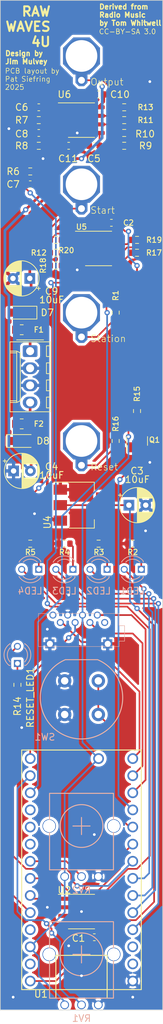
<source format=kicad_pcb>
(kicad_pcb (version 20241229) (generator "pcbnew") (generator_version "9.0")
  (title_block (title "Raw Waves v2"))
  (layers (0 "F.Cu" signal) (2 "B.Cu" signal) (13 "F.Paste" user) (15 "B.Paste" user) (5 "F.SilkS" user "F.Silkscreen") (7 "B.SilkS" user "B.Silkscreen") (1 "F.Mask" user) (3 "B.Mask" user) (25 "Edge.Cuts" user))
  (net 0 "")
  (net 1 "GND")
  (net 4 "Net-(LED1-K)")
  (net 5 "5.0V")
  (net 9 "DAC_RIGHT_OUT")
  (net 10 "Net-(J1-Pad3)")
  (net 13 "Net-(J3-CLK)")
  (net 15 "Net-(U1-14_A0_TX3_SPDIF_OUT)")
  (net 16 "DAC_DATA_IN")
  (net 17 "DAC_WORD_SELECT")
  (net 18 "DAC_BIT_CLOCK")
  (net 20 "Net-(LED2-K)")
  (net 21 "Net-(J3-DAT3{slash}CD)")
  (net 23 "Net-(U6A--)")
  (net 24 "Net-(U6B-+)")
  (net 25 "Net-(C6-Pad1)")
  (net 26 "Net-(J6-Pad3)")
  (net 27 "Net-(C7-Pad2)")
  (net 28 "Net-(U6A-+)")
  (net 29 "Net-(U6B--)")
  (net 30 "Net-(R11-Pad1)")
  (net 31 "3.3V")
  (net 32 "Net-(U5B-+)")
  (net 33 "RESET_CV_PROTECTED")
  (net 34 "Net-(LED3-K)")
  (net 36 "Net-(J3-CMD)")
  (net 37 "+12V")
  (net 38 "-12V")
  (net 39 "Net-(J5-Pad3)")
  (net 40 "Net-(Q1-B)")
  (net 41 "Net-(J2-Pad3)")
  (net 42 "Net-(U5A-+)")
  (net 43 "Net-(U5B--)")
  (net 44 "STATION_CV_PROTECTED")
  (net 45 "Net-(U5A--)")
  (net 46 "START_CV_PROTECTED")
  (net 47 "Net-(U1-19_A5_SCL0)")
  (net 48 "Net-(D7-A)")
  (net 49 "Net-(D8-K)")
  (net 50 "Net-(F1-Pad2)")
  (net 51 "Net-(F2-Pad2)")
  (net 52 "Net-(J3-DAT0)")
  (net 53 "Net-(LED4-K)")
  (net 54 "LED1")
  (net 55 "Net-(RESET_LED1-K)")
  (net 56 "LED2")
  (net 57 "LED3")
  (net 58 "LED4")
  (net 59 "LED_RESET")
  (net 60 "RESET_BUTTON")
  (footprint "Resistor_SMD:R_0603_1608Metric" (layer "F.Cu") (at 143.51 113.665 180)
    (property "Reference" "R4")
    (property "Value" "10k" (hide yes))
  )
  (footprint "Capacitor_THT:CP_Radial_D5.0mm_P2.50mm" (layer "F.Cu") (at 153.099887 107.95)
    (property "Reference" "C3")
    (property "Value" "10uF")
  )
  (footprint "Capacitor_SMD:C_0603_1608Metric" (layer "F.Cu") (at 144.145 54.61)
    (property "Reference" "C11")
    (property "Value" "100nF" (hide yes))
  )
  (footprint "Resistor_SMD:R_0603_1608Metric" (layer "F.Cu") (at 152.4 52.705)
    (property "Reference" "R10")
    (property "Value" "10k" (hide yes))
  )
  (footprint "Resistor_SMD:R_0603_1608Metric" (layer "F.Cu") (at 151.13 98.425 -90)
    (property "Reference" "R16")
    (property "Value" "100k" (hide yes))
  )
  (footprint "Resistor_SMD:R_0603_1608Metric" (layer "F.Cu") (at 154.305 68.58 180)
    (property "Reference" "R19")
    (property "Value" "100k" (hide yes))
  )
  (footprint "Resistor_SMD:R_0603_1608Metric" (layer "F.Cu") (at 139.7 54.61)
    (property "Reference" "R8")
    (property "Value" "100k" (hide yes))
  )
  (footprint "Resistor_SMD:R_0603_1608Metric" (layer "F.Cu") (at 154.305 70.485)
    (property "Reference" "R17")
    (property "Value" "200k" (hide yes))
  )
  (footprint "Diode_SMD:Nexperia_CFP3_SOD-123W" (layer "F.Cu") (at 137.16 98.425)
    (property "Reference" "D8")
    (property "Value" "1N5819")
  )
  (footprint "teensy:Teensy4.0-RawWavesV2" (layer "F.Cu") (at 146.05 162.075 90)
    (property "Reference" "U1")
    (property "Value" "Teensy4.0")
  )
  (footprint "Capacitor_SMD:C_0603_1608Metric" (layer "F.Cu") (at 150.495 66.04)
    (property "Reference" "C2")
    (property "Value" "100nF" (hide yes))
  )
  (footprint "Resistor_SMD:R_0603_1608Metric" (layer "F.Cu") (at 152.4 48.895 180)
    (property "Reference" "R13")
    (property "Value" "1k" (hide yes))
  )
  (footprint "Resistor_SMD:R_0805_2012Metric" (layer "F.Cu") (at 137.16 95.885)
    (property "Reference" "F2")
    (property "Value" "Polyfuse_Small" (hide yes))
  )
  (footprint "Library:BananaJackHookup" (layer "F.Cu") (at 146.05 79.375)
    (property "Reference" "REF**" (hide yes))
    (property "Value" "BananaJackHookup" (hide yes))
  )
  (footprint "Package_SO:SOIC-8_3.9x4.9mm_P1.27mm" (layer "F.Cu") (at 146.05 168.275)
    (property "Reference" "U2")
    (property "Value" "PT8211")
  )
  (footprint "Resistor_SMD:R_0603_1608Metric" (layer "F.Cu") (at 152.4 50.8 180)
    (property "Reference" "R11")
    (property "Value" "120k" (hide yes))
  )
  (footprint "Resistor_SMD:R_0603_1608Metric" (layer "F.Cu") (at 142.24 70.485)
    (property "Reference" "R12")
    (property "Value" "100k" (hide yes))
  )
  (footprint "Resistor_SMD:R_0805_2012Metric" (layer "F.Cu") (at 137.16 81.915)
    (property "Reference" "F1")
    (property "Value" "Polyfuse_Small" (hide yes))
  )
  (footprint "Package_SO:SOIC-8_3.9x4.9mm_P1.27mm" (layer "F.Cu") (at 148.59 69.85)
    (property "Reference" "U5")
    (property "Value" "MCP6002-xSN" (hide yes))
  )
  (footprint "Resistor_SMD:R_0603_1608Metric" (layer "F.Cu") (at 151.13 79.375 90)
    (property "Reference" "R1")
    (property "Value" "100k" (hide yes))
  )
  (footprint "Resistor_SMD:R_0603_1608Metric" (layer "F.Cu") (at 139.7 50.8)
    (property "Reference" "R7")
    (property "Value" "5.6k" (hide yes))
  )
  (footprint "Package_TO_SOT_SMD:SOT-223-3_TabPin2" (layer "F.Cu") (at 146.05 107.95)
    (property "Reference" "U4")
    (property "Value" "LM1117MP-5.0" (hide yes))
  )
  (footprint "Package_TO_SOT_SMD:SOT-23" (layer "F.Cu") (at 154.305 98.425 90)
    (property "Reference" "Q1")
    (property "Value" "MMBT3904" (hide yes))
  )
  (footprint "Resistor_SMD:R_0603_1608Metric" (layer "F.Cu") (at 142.24 68.58 180)
    (property "Reference" "R20")
    (property "Value" "100k" (hide yes))
  )
  (footprint "Package_SO:SOIC-8_3.9x4.9mm_P1.27mm" (layer "F.Cu") (at 146.05 50.8)
    (property "Reference" "U6")
    (property "Value" "TL072")
  )
  (footprint "Resistor_SMD:R_0603_1608Metric" (layer "F.Cu") (at 154.305 93.98 -90)
    (property "Reference" "R15")
    (property "Value" "10k" (hide yes))
  )
  (footprint "Connector_Molex:Molex_KK-254_AE-6410-04A_1x04_P2.54mm_Vertical" (layer "F.Cu") (at 138.41 85.09 -90)
    (property "Reference" "REF**" (hide yes))
    (property "Value" "Molex_KK-254_AE-6410-04A_1x04_P2.54mm_Vertical" (hide yes))
  )
  (footprint "Capacitor_SMD:C_0603_1608Metric" (layer "F.Cu") (at 148.59 46.99)
    (property "Reference" "C10")
    (property "Value" "100nF" (hide yes))
  )
  (footprint "Capacitor_THT:CP_Radial_D5.0mm_P2.50mm" (layer "F.Cu") (at 138.365113 74.295 180)
    (property "Reference" "C9")
    (property "Value" "10uF")
  )
  (footprint "Capacitor_SMD:C_0603_1608Metric" (layer "F.Cu") (at 139.7 52.705)
    (property "Reference" "C8")
    (property "Value" "1nF" (hide yes))
  )
  (footprint "Diode_SMD:Nexperia_CFP3_SOD-123W" (layer "F.Cu") (at 137.16 79.375 180)
    (property "Reference" "D7")
    (property "Value" "1N5819")
  )
  (footprint "Library:BananaJackHookup" (layer "F.Cu") (at 146.05 41.275)
    (property "Reference" "REF**" (hide yes))
    (property "Value" "BananaJackHookup" (hide yes))
  )
  (footprint "Capacitor_SMD:C_0603_1608Metric" (layer "F.Cu") (at 147.955 172.085 180)
    (property "Reference" "C1")
    (property "Value" "100nf" (hide yes))
  )
  (footprint "Resistor_SMD:R_0603_1608Metric" (layer "F.Cu") (at 153.67 113.665 180)
    (property "Reference" "R2")
    (property "Value" "10k" (hide yes))
  )
  (footprint "Resistor_SMD:R_0603_1608Metric" (layer "F.Cu") (at 138.43 113.665 180)
    (property "Reference" "R5")
    (property "Value" "10k" (hide yes))
  )
  (footprint "Capacitor_SMD:C_0603_1608Metric" (layer "F.Cu") (at 138.43 60.325)
    (property "Reference" "C7")
    (property "Value" "100nF" (hide yes))
  )
  (footprint "Resistor_SMD:R_0603_1608Metric" (layer "F.Cu") (at 138.43 58.42 180)
    (property "Reference" "R6")
    (property "Value" "5.6k" (hide yes))
  )
  (footprint "Capacitor_THT:CP_Radial_D5.0mm_P2.50mm" (layer "F.Cu") (at 135.954888 102.87)
    (property "Reference" "C4")
    (property "Value" "10uF")
  )
  (footprint "Resistor_SMD:R_0603_1608Metric" (layer "F.Cu") (at 152.4 54.61)
    (property "Reference" "R9")
    (property "Value" "330k" (hide yes))
  )
  (footprint "Library:BananaJackHookup" (layer "F.Cu") (at 146.05 60.325)
    (property "Reference" "REF**" (hide yes))
    (property "Value" "BananaJackHookup" (hide yes))
  )
  (footprint "Capacitor_SMD:C_0603_1608Metric" (layer "F.Cu") (at 139.7 48.895)
    (property "Reference" "C6")
    (property "Value" "1nF" (hide yes))
  )
  (footprint "Capacitor_SMD:C_0603_1608Metric" (layer "F.Cu") (at 147.955 54.61)
    (property "Reference" "C5")
    (property "Value" "100nF" (hide yes))
  )
  (footprint "Resistor_SMD:R_0603_1608Metric" (layer "F.Cu") (at 136.525 134.62 -90)
    (property "Reference" "R14")
    (property "Value" "10k" (hide yes))
  )
  (footprint "Resistor_SMD:R_0603_1608Metric" (layer "F.Cu") (at 142.24 72.39 180)
    (property "Reference" "R18")
    (property "Value" "200k" (hide yes))
  )
  (footprint "Resistor_SMD:R_0603_1608Metric" (layer "F.Cu") (at 148.59 113.665 180)
    (property "Reference" "R3")
    (property "Value" "10k" (hide yes))
  )
  (footprint "Library:BananaJackHookup" (layer "F.Cu") (at 146.05 98.425)
    (property "Reference" "REF**" (hide yes))
    (property "Value" "BananaJackHookup" (hide yes))
  )
  (footprint "Eurocad:Alpha9mmPot" (layer "B.Cu") (at 146.05 174.625 180)
    (property "Reference" "RV1")
    (property "Value" "R_STATION")
  )
  (footprint "LED_THT:LED_D3.0mm" (layer "B.Cu") (at 148.59 117.475 180)
    (property "Reference" "LED2")
    (property "Value" "LED2" (hide yes))
  )
  (footprint "sdcard:YAMAICHI_MICROSD_VERTICAL" (layer "B.Cu") (at 145.65 125.365 180)
    (property "Reference" "J3" (hide yes))
    (property "Value" "Micro_SD_Card" (hide yes))
  )
  (footprint "LED_THT:LED_D3.0mm" (layer "B.Cu") (at 138.43 117.475 180)
    (property "Reference" "LED4")
    (property "Value" "LED4" (hide yes))
  )
  (footprint "LED_THT:LED_D3.0mm" (layer "B.Cu") (at 153.67 117.475 180)
    (property "Reference" "LED1")
    (property "Value" "LED1" (hide yes))
  )
  (footprint "LED_THT:LED_D3.0mm" (layer "B.Cu") (at 136.525 130.175 90)
    (property "Reference" "RESET_LED1")
    (property "Value" "RESET_LED" (hide yes))
  )
  (footprint "Button_Switch_THT:Push_E-Switch_KS01Q01" (layer "B.Cu") (at 146.05 136.525)
    (property "Reference" "SW1")
    (property "Value" "SW_DIP_x01" (hide yes))
  )
  (footprint "Eurocad:Alpha9mmPot" (layer "B.Cu") (at 146.05 155.575 180)
    (property "Reference" "RV2")
    (property "Value" "R_START")
  )
  (footprint "LED_THT:LED_D3.0mm" (layer "B.Cu") (at 143.51 117.475 180)
    (property "Reference" "LED3")
    (property "Value" "LED3" (hide yes))
  )
  (gr_rect (start 133.985 33.02) (end 158.115 182.88) (stroke (width 0.1)) (fill no) (layer "Edge.Cuts"))
  (gr_text "CC-BY-SA 3.0" (at 148.59 38.1 0) (layer "F.SilkS") (effects (font (size 0.75 0.75) (thickness 0.1)) (justify left bottom)))
  (gr_text "Derived from\nRadio Music\nby Tom Whitwell" (at 148.59 36.83 -0) (layer "F.SilkS") (effects (font (size 0.75 0.75) (thickness 0.1875) (bold yes)) (justify left bottom)))
  (gr_text "Design by\nJim Mulvey" (at 134.62 42.545 0) (layer "F.SilkS") (effects (font (size 0.75 0.75) (thickness 0.1875) (bold yes)) (justify left bottom)))
  (gr_text "PCB layout by\nPat Siefring\n2025" (at 134.62 46.355 0) (layer "F.SilkS") (effects (font (size 0.75 0.75) (thickness 0.09375)) (justify left bottom)))
  (gr_text "RAW\nWAVES\n4U" (at 141.605 40.005 0) (layer "F.SilkS") (effects (font (size 1.4 1.4) (thickness 0.3) (bold yes)) (justify right bottom)))
  (via (at 155.575 111.76) (size 0.8) (drill 0.4) (layers "F.Cu" "B.Cu") (net 1))
  (via (at 140.97 167.64) (size 0.8) (drill 0.4) (layers "F.Cu" "B.Cu") (net 1))
  (via (at 145.415 73.025) (size 0.8) (drill 0.4) (layers "F.Cu" "B.Cu") (net 1))
  (via (at 153.67 180.975) (size 0.8) (drill 0.4) (layers "F.Cu" "B.Cu") (net 1))
  (via (at 156.21 45.085) (size 0.8) (drill 0.4) (layers "F.Cu" "B.Cu") (net 1))
  (via (at 139.065 109.22) (size 0.8) (drill 0.4) (layers "F.Cu" "B.Cu") (net 1))
  (via (at 147.955 156.845) (size 0.8) (drill 0.4) (layers "F.Cu" "B.Cu") (net 1))
  (via (at 146.05 177.8) (size 0.8) (drill 0.4) (layers "F.Cu" "B.Cu") (net 1))
  (via (at 144.145 173.355) (size 0.8) (drill 0.4) (layers "F.Cu" "B.Cu") (net 1))
  (via (at 140.335 56.515) (size 0.8) (drill 0.4) (layers "F.Cu" "B.Cu") (net 1))
  (via (at 135.89 180.975) (size 0.8) (drill 0.4) (layers "F.Cu" "B.Cu") (net 1))
  (via (at 145.415 52.705) (size 0.8) (drill 0.4) (layers "F.Cu" "B.Cu") (net 1))
  (via (at 135.255 52.07) (size 0.8) (drill 0.4) (layers "F.Cu" "B.Cu") (net 1))
  (via (at 156.21 101.6) (size 0.8) (drill 0.4) (layers "F.Cu" "B.Cu") (net 1))
  (via (at 146.05 168.275) (size 0.8) (drill 0.4) (layers "F.Cu" "B.Cu") (net 1))
  (via (at 140.97 126.365) (size 0.8) (drill 0.4) (layers "F.Cu" "B.Cu") (net 1))
  (via (at 144.145 121.285) (size 0.8) (drill 0.4) (layers "F.Cu" "B.Cu") (net 1))
  (via (at 137.16 140.97) (size 0.8) (drill 0.4) (layers "F.Cu" "B.Cu") (net 1))
  (segment (start 154.94 114.11) (end 154.495 113.665) (width 0.25) (layer "F.Cu") (net 4))
  (segment (start 154.94 117.475) (end 154.94 114.11) (width 0.25) (layer "F.Cu") (net 4))
  (segment (start 156.845 125.82) (end 156.845 166.840991) (width 0.25) (layer "F.Cu") (net 5))
  (segment (start 148.525 171.88) (end 148.73 172.085) (width 0.25) (layer "F.Cu") (net 5))
  (segment (start 154.135991 169.55) (end 151.265 169.55) (width 0.25) (layer "F.Cu") (net 5))
  (segment (start 156.845 166.840991) (end 154.135991 169.55) (width 0.25) (layer "F.Cu") (net 5))
  (segment (start 154.305 123.28) (end 156.845 125.82) (width 0.25) (layer "F.Cu") (net 5))
  (segment (start 142.9 107.95) (end 149.2 107.95) (width 0.25) (layer "F.Cu") (net 5))
  (segment (start 148.525 170.18) (end 148.525 171.88) (width 0.25) (layer "F.Cu") (net 5))
  (segment (start 148.73 172.085) (end 142.23 178.585) (width 0.25) (layer "F.Cu") (net 5))
  (segment (start 151.265 169.55) (end 148.73 172.085) (width 0.25) (layer "F.Cu") (net 5))
  (segment (start 142.23 178.585) (end 138.43 178.585) (width 0.25) (layer "F.Cu") (net 5))
  (segment (start 149.2 107.95) (end 153.099887 107.95) (width 0.25) (layer "F.Cu") (net 5))
  (via (at 154.305 123.28) (size 0.8) (drill 0.4) (layers "F.Cu" "B.Cu") (net 5))
  (segment (start 153.25 108.100113) (end 153.25 122.225) (width 0.25) (layer "B.Cu") (net 5))
  (segment (start 153.099887 107.95) (end 153.25 108.100113) (width 0.25) (layer "B.Cu") (net 5))
  (segment (start 153.25 122.225) (end 154.305 123.28) (width 0.25) (layer "B.Cu") (net 5))
  (segment (start 152.851396 123.005) (end 141.42 123.005) (width 0.25) (layer "F.Cu") (net 9))
  (segment (start 152.965 161.93) (end 154.3 161.93) (width 0.25) (layer "F.Cu") (net 9))
  (segment (start 148.525 166.37) (end 152.965 161.93) (width 0.25) (layer "F.Cu") (net 9))
  (segment (start 138.43 61.595) (end 137.655 60.82) (width 0.25) (layer "F.Cu") (net 9))
  (segment (start 141.42 123.005) (end 140.97 122.555) (width 0.25) (layer "F.Cu") (net 9))
  (segment (start 137.655 60.82) (end 137.655 60.325) (width 0.25) (layer "F.Cu") (net 9))
  (segment (start 154.3 161.93) (end 156.21 160.02) (width 0.25) (layer "F.Cu") (net 9))
  (segment (start 156.21 160.02) (end 156.21 126.363604) (width 0.25) (layer "F.Cu") (net 9))
  (segment (start 156.21 126.363604) (end 152.851396 123.005) (width 0.25) (layer "F.Cu") (net 9))
  (via (at 138.43 61.595) (size 0.8) (drill 0.4) (layers "F.Cu" "B.Cu") (net 9))
  (via (at 140.97 122.555) (size 0.8) (drill 0.4) (layers "F.Cu" "B.Cu") (net 9))
  (segment (start 142.24 65.405) (end 138.43 61.595) (width 0.25) (layer "B.Cu") (net 9))
  (segment (start 142.24 114.935) (end 142.24 65.405) (width 0.25) (layer "B.Cu") (net 9))
  (segment (start 140.97 116.205) (end 142.24 114.935) (width 0.25) (layer "B.Cu") (net 9))
  (segment (start 140.97 122.555) (end 140.97 116.205) (width 0.25) (layer "B.Cu") (net 9))
  (segment (start 146.05 82.985) (end 148.345 82.985) (width 0.25) (layer "F.Cu") (net 10))
  (segment (start 148.345 82.985) (end 151.13 80.2) (width 0.25) (layer "F.Cu") (net 10))
  (segment (start 138.43 133.35) (end 138.43 145.565) (width 0.25) (layer "F.Cu") (net 13))
  (segment (start 144.145 127.635) (end 138.43 133.35) (width 0.25) (layer "F.Cu") (net 13))
  (via (at 144.145 127.635) (size 0.8) (drill 0.4) (layers "F.Cu" "B.Cu") (net 13))
  (segment (start 145.1 126.68) (end 144.145 127.635) (width 0.25) (layer "B.Cu") (net 13))
  (segment (start 145.1 125.365) (end 145.1 126.68) (width 0.25) (layer "B.Cu") (net 13))
  (segment (start 141.605 171.45) (end 141.605 170.815) (width 0.25) (layer "F.Cu") (net 15))
  (segment (start 141.605 170.815) (end 140.849847 170.059847) (width 0.25) (layer "F.Cu") (net 15))
  (via (at 140.849847 170.059847) (size 0.8) (drill 0.4) (layers "F.Cu" "B.Cu") (net 15))
  (via (at 141.605 171.45) (size 0.8) (drill 0.4) (layers "F.Cu" "B.Cu") (net 15))
  (segment (start 140.34 169.55) (end 137.8 169.55) (width 0.25) (layer "B.Cu") (net 15))
  (segment (start 137.8 169.55) (end 136.525 168.275) (width 0.25) (layer "B.Cu") (net 15))
  (segment (start 144.9 180.975) (end 144.145 180.975) (width 0.25) (layer "B.Cu") (net 15))
  (segment (start 136.525 150.01) (end 138.43 148.105) (width 0.25) (layer "B.Cu") (net 15))
  (segment (start 136.525 168.275) (end 136.525 150.01) (width 0.25) (layer "B.Cu") (net 15))
  (segment (start 142.875 172.72) (end 141.605 171.45) (width 0.25) (layer "B.Cu") (net 15))
  (segment (start 146.05 182.125) (end 144.9 180.975) (width 0.25) (layer "B.Cu") (net 15))
  (segment (start 140.849847 170.059847) (end 140.34 169.55) (width 0.25) (layer "B.Cu") (net 15))
  (segment (start 142.875 179.705) (end 142.875 172.72) (width 0.25) (layer "B.Cu") (net 15))
  (segment (start 144.145 180.975) (end 142.875 179.705) (width 0.25) (layer "B.Cu") (net 15))
  (segment (start 147.32 165.1) (end 146.05 166.37) (width 0.25) (layer "F.Cu") (net 16))
  (segment (start 151.765 161.925) (end 148.59 165.1) (width 0.25) (layer "F.Cu") (net 16))
  (segment (start 146.05 167.005) (end 144.145 168.91) (width 0.25) (layer "F.Cu") (net 16))
  (segment (start 151.765 160.17) (end 151.765 161.925) (width 0.25) (layer "F.Cu") (net 16))
  (segment (start 153.67 158.265) (end 151.765 160.17) (width 0.25) (layer "F.Cu") (net 16))
  (segment (start 144.145 168.91) (end 143.575 168.91) (width 0.25) (layer "F.Cu") (net 16))
  (segment (start 148.59 165.1) (end 147.32 165.1) (width 0.25) (layer "F.Cu") (net 16))
  (segment (start 146.05 166.37) (end 146.05 167.005) (width 0.25) (layer "F.Cu") (net 16))
  (segment (start 138.43 163.345) (end 142.200908 163.345) (width 0.25) (layer "F.Cu") (net 17))
  (segment (start 142.200908 163.345) (end 144.875 166.019092) (width 0.25) (layer "F.Cu") (net 17))
  (segment (start 144.875 166.019092) (end 144.875 166.91) (width 0.25) (layer "F.Cu") (net 17))
  (segment (start 144.145 167.64) (end 143.575 167.64) (width 0.25) (layer "F.Cu") (net 17))
  (segment (start 144.875 166.91) (end 144.145 167.64) (width 0.25) (layer "F.Cu") (net 17))
  (segment (start 143.575 166.37) (end 138.915 166.37) (width 0.25) (layer "F.Cu") (net 18))
  (segment (start 138.915 166.37) (end 138.43 165.885) (width 0.25) (layer "F.Cu") (net 18))
  (segment (start 149.86 114.11) (end 149.415 113.665) (width 0.25) (layer "F.Cu") (net 20))
  (segment (start 149.86 117.475) (end 149.86 114.11) (width 0.25) (layer "F.Cu") (net 20))
  (segment (start 155.575 148.74) (end 155.575 126.365) (width 0.25) (layer "F.Cu") (net 21))
  (segment (start 153.475 124.265) (end 148.4 124.265) (width 0.25) (layer "F.Cu") (net 21))
  (segment (start 153.67 150.645) (end 155.575 148.74) (width 0.25) (layer "F.Cu") (net 21))
  (segment (start 155.575 126.365) (end 153.475 124.265) (width 0.25) (layer "F.Cu") (net 21))
  (segment (start 143.575 48.895) (end 143.575 50.165) (width 0.25) (layer "F.Cu") (net 23))
  (segment (start 147.18 52.795001) (end 144.549999 50.165) (width 0.25) (layer "F.Cu") (net 23))
  (segment (start 147.18 54.61) (end 147.18 52.795001) (width 0.25) (layer "F.Cu") (net 23))
  (segment (start 144.549999 50.165) (end 143.575 50.165) (width 0.25) (layer "F.Cu") (net 23))
  (segment (start 140.475 48.895) (end 143.575 48.895) (width 0.25) (layer "F.Cu") (net 23))
  (segment (start 151.575 54.61) (end 148.73 54.61) (width 0.25) (layer "F.Cu") (net 24))
  (segment (start 148.73 52.91) (end 148.525 52.705) (width 0.25) (layer "F.Cu") (net 24))
  (segment (start 148.73 54.61) (end 148.73 52.91) (width 0.25) (layer "F.Cu") (net 24))
  (segment (start 138.925 48.895) (end 138.925 50.75) (width 0.25) (layer "F.Cu") (net 25))
  (segment (start 138.925 50.75) (end 138.875 50.8) (width 0.25) (layer "F.Cu") (net 25))
  (segment (start 137.605 52.07) (end 138.875 50.8) (width 0.25) (layer "F.Cu") (net 25))
  (segment (start 137.605 58.42) (end 137.605 52.07) (width 0.25) (layer "F.Cu") (net 25))
  (segment (start 141.415 70.485) (end 140.69 69.76) (width 0.25) (layer "F.Cu") (net 26))
  (segment (start 144.345 63.935) (end 146.05 63.935) (width 0.25) (layer "F.Cu") (net 26))
  (segment (start 140.69 67.59) (end 144.345 63.935) (width 0.25) (layer "F.Cu") (net 26))
  (segment (start 140.69 69.76) (end 140.69 67.59) (width 0.25) (layer "F.Cu") (net 26))
  (segment (start 139.205 58.47) (end 139.255 58.42) (width 0.25) (layer "F.Cu") (net 27))
  (segment (start 139.205 60.325) (end 139.205 58.47) (width 0.25) (layer "F.Cu") (net 27))
  (segment (start 140.525 52.755) (end 140.475 52.705) (width 0.25) (layer "F.Cu") (net 28))
  (segment (start 143.575 51.435) (end 141.16 51.435) (width 0.25) (layer "F.Cu") (net 28))
  (segment (start 140.525 50.8) (end 140.525 52.655) (width 0.25) (layer "F.Cu") (net 28))
  (segment (start 141.16 51.435) (end 140.525 50.8) (width 0.25) (layer "F.Cu") (net 28))
  (segment (start 140.525 52.655) (end 140.475 52.705) (width 0.25) (layer "F.Cu") (net 28))
  (segment (start 140.525 54.61) (end 140.525 52.755) (width 0.25) (layer "F.Cu") (net 28))
  (segment (start 148.525 51.435) (end 150.94 51.435) (width 0.25) (layer "F.Cu") (net 29))
  (segment (start 150.94 51.435) (end 151.575 50.8) (width 0.25) (layer "F.Cu") (net 29))
  (segment (start 151.575 52.705) (end 151.575 50.8) (width 0.25) (layer "F.Cu") (net 29))
  (segment (start 151.575 48.895) (end 150.305 50.165) (width 0.25) (layer "F.Cu") (net 30))
  (segment (start 153.225 50.545) (end 151.575 48.895) (width 0.25) (layer "F.Cu") (net 30))
  (segment (start 153.225 50.8) (end 153.225 50.545) (width 0.25) (layer "F.Cu") (net 30))
  (segment (start 150.305 50.165) (end 148.525 50.165) (width 0.25) (layer "F.Cu") (net 30))
  (segment (start 153.035 67.31) (end 152.54 67.31) (width 0.25) (layer "F.Cu") (net 31))
  (segment (start 151.27 67.74) (end 151.065 67.945) (width 0.25) (layer "F.Cu") (net 31))
  (segment (start 154.305 93.155) (end 154.305 72.39) (width 0.25) (layer "F.Cu") (net 31))
  (segment (start 152.54 67.31) (end 151.27 66.04) (width 0.25) (layer "F.Cu") (net 31))
  (segment (start 153.035 97.79) (end 153.035 94.425) (width 0.25) (layer "F.Cu") (net 31))
  (segment (start 153.035 94.425) (end 154.305 93.155) (width 0.25) (layer "F.Cu") (net 31))
  (segment (start 151.27 66.04) (end 151.27 67.74) (width 0.25) (layer "F.Cu") (net 31))
  (via (at 154.305 72.39) (size 0.8) (drill 0.4) (layers "F.Cu" "B.Cu") (net 31))
  (via (at 153.035 97.79) (size 0.8) (drill 0.4) (layers "F.Cu" "B.Cu") (net 31))
  (via (at 153.035 67.31) (size 0.8) (drill 0.4) (layers "F.Cu" "B.Cu") (net 31))
  (segment (start 146.2 107.8) (end 153.035 100.965) (width 0.25) (layer "B.Cu") (net 31))
  (segment (start 143.55 163.075) (end 143.55 150.605) (width 0.25) (layer "B.Cu") (net 31))
  (segment (start 139.7 174.948833) (end 139.7 177.8) (width 0.25) (layer "B.Cu") (net 31))
  (segment (start 138.43 173.678833) (end 139.7 174.948833) (width 0.25) (layer "B.Cu") (net 31))
  (segment (start 138.43 173.505) (end 138.43 173.678833) (width 0.25) (layer "B.Cu") (net 31))
  (segment (start 143.55 168.385) (end 138.43 173.505) (width 0.25) (layer "B.Cu") (net 31))
  (segment (start 153.035 71.12) (end 153.035 67.31) (width 0.25) (layer "B.Cu") (net 31))
  (segment (start 139.7 177.8) (end 143.55 181.65) (width 0.25) (layer "B.Cu") (net 31))
  (segment (start 143.55 181.65) (end 143.55 182.125) (width 0.25) (layer "B.Cu") (net 31))
  (segment (start 146.2 143.175) (end 148.59 145.565) (width 0.25) (layer "B.Cu") (net 31))
  (segment (start 143.55 163.075) (end 143.55 168.385) (width 0.25) (layer "B.Cu") (net 31))
  (segment (start 153.035 100.965) (end 153.035 97.79) (width 0.25) (layer "B.Cu") (net 31))
  (segment (start 146.2 124.265) (end 146.2 143.175) (width 0.25) (layer "B.Cu") (net 31))
  (segment (start 154.305 72.39) (end 153.035 71.12) (width 0.25) (layer "B.Cu") (net 31))
  (segment (start 143.55 150.605) (end 148.59 145.565) (width 0.25) (layer "B.Cu") (net 31))
  (segment (start 146.2 124.265) (end 146.2 107.8) (width 0.25) (layer "B.Cu") (net 31))
  (segment (start 152.21 71.755) (end 151.065 71.755) (width 0.25) (layer "F.Cu") (net 32))
  (segment (start 153.48 70.485) (end 152.21 71.755) (width 0.25) (layer "F.Cu") (net 32))
  (segment (start 151.13 78.55) (end 151.13 71.82) (width 0.25) (layer "F.Cu") (net 32))
  (segment (start 151.13 71.82) (end 151.065 71.755) (width 0.25) (layer "F.Cu") (net 32))
  (segment (start 154.305 94.805) (end 154.305 97.4875) (width 0.25) (layer "F.Cu") (net 33))
  (segment (start 154.305 101.6) (end 151.765 104.14) (width 0.25) (layer "F.Cu") (net 33))
  (segment (start 154.305 97.4875) (end 154.305 101.6) (width 0.25) (layer "F.Cu") (net 33))
  (via (at 151.765 104.14) (size 0.8) (drill 0.4) (layers "F.Cu" "B.Cu") (net 33))
  (segment (start 151.55 104.355) (end 151.55 151.065) (width 0.25) (layer "B.Cu") (net 33))
  (segment (start 151.55 151.065) (end 153.67 153.185) (width 0.25) (layer "B.Cu") (net 33))
  (segment (start 151.765 104.14) (end 151.55 104.355) (width 0.25) (layer "B.Cu") (net 33))
  (segment (start 144.78 114.11) (end 144.335 113.665) (width 0.25) (layer "F.Cu") (net 34))
  (segment (start 144.78 117.475) (end 144.78 114.11) (width 0.25) (layer "F.Cu") (net 34))
  (segment (start 153.67 148.105) (end 155.125 146.65) (width 0.25) (layer "F.Cu") (net 36))
  (segment (start 155.125 146.65) (end 155.125 128.455) (width 0.25) (layer "F.Cu") (net 36))
  (segment (start 153.67 127) (end 148.935 127) (width 0.25) (layer "F.Cu") (net 36))
  (segment (start 155.125 128.455) (end 153.67 127) (width 0.25) (layer "F.Cu") (net 36))
  (segment (start 148.935 127) (end 147.3 125.365) (width 0.25) (layer "F.Cu") (net 36))
  (segment (start 140.97 81.785) (end 140.97 109.22) (width 0.4) (layer "F.Cu") (net 37))
  (segment (start 138.56 74.489887) (end 138.365113 74.295) (width 0.4) (layer "F.Cu") (net 37))
  (segment (start 149.365 46.99) (end 149.365 48.055) (width 0.4) (layer "F.Cu") (net 37))
  (segment (start 144.145 56.515) (end 146.05 56.515) (width 0.4) (layer "F.Cu") (net 37))
  (segment (start 138.56 79.375) (end 140.97 81.785) (width 0.4) (layer "F.Cu") (net 37))
  (segment (start 142 110.25) (end 142.9 110.25) (width 0.4) (layer "F.Cu") (net 37))
  (segment (start 138.365113 74.295) (end 138.365113 64.615572) (width 0.4) (layer "F.Cu") (net 37))
  (segment (start 138.365113 64.615572) (end 142.24 60.740685) (width 0.4) (layer "F.Cu") (net 37))
  (segment (start 142.24 60.740685) (end 142.24 58.42) (width 0.4) (layer "F.Cu") (net 37))
  (segment (start 140.97 109.22) (end 142 110.25) (width 0.4) (layer "F.Cu") (net 37))
  (segment (start 138.56 79.375) (end 138.56 74.489887) (width 0.4) (layer "F.Cu") (net 37))
  (segment (start 149.124847 45.820153) (end 149.124847 46.749847) (width 0.4) (layer "F.Cu") (net 37))
  (segment (start 149.365 48.055) (end 148.525 48.895) (width 0.4) (layer "F.Cu") (net 37))
  (segment (start 149.124847 46.749847) (end 149.365 46.99) (width 0.4) (layer "F.Cu") (net 37))
  (segment (start 142.24 58.42) (end 144.145 56.515) (width 0.4) (layer "F.Cu") (net 37))
  (via (at 146.05 56.515) (size 0.8) (drill 0.4) (layers "F.Cu" "B.Cu") (net 37))
  (via (at 149.124847 45.820153) (size 0.8) (drill 0.4) (layers "F.Cu" "B.Cu") (net 37))
  (segment (start 146.05 56.515) (end 149.124847 53.440153) (width 0.4) (layer "B.Cu") (net 37))
  (segment (start 149.124847 53.440153) (end 149.124847 45.820153) (width 0.4) (layer "B.Cu") (net 37))
  (segment (start 138.56 98.425) (end 138.56 102.764888) (width 0.4) (layer "F.Cu") (net 38))
  (segment (start 137.754657 64.094657) (end 141.605 60.244314) (width 0.4) (layer "F.Cu") (net 38))
  (segment (start 143.37 54.61) (end 143.37 52.91) (width 0.4) (layer "F.Cu") (net 38))
  (segment (start 141.605 56.375) (end 143.37 54.61) (width 0.4) (layer "F.Cu") (net 38))
  (segment (start 138.56 102.764888) (end 138.454888 102.87) (width 0.4) (layer "F.Cu") (net 38))
  (segment (start 141.605 60.244314) (end 141.605 56.375) (width 0.4) (layer "F.Cu") (net 38))
  (segment (start 143.37 52.91) (end 143.575 52.705) (width 0.4) (layer "F.Cu") (net 38))
  (via (at 137.754657 64.094657) (size 0.8) (drill 0.4) (layers "F.Cu" "B.Cu") (net 38))
  (segment (start 137.754657 64.094657) (end 134.665113 67.184201) (width 0.4) (layer "B.Cu") (net 38))
  (segment (start 134.665113 67.184201) (end 134.665113 76.245113) (width 0.4) (layer "B.Cu") (net 38))
  (segment (start 134.665113 76.245113) (end 135.255 76.835) (width 0.4) (layer "B.Cu") (net 38))
  (segment (start 135.255 76.835) (end 135.255 99.670112) (width 0.4) (layer "B.Cu") (net 38))
  (segment (start 135.255 99.670112) (end 138.454888 102.87) (width 0.4) (layer "B.Cu") (net 38))
  (segment (start 149.215 44.885) (end 146.05 44.885) (width 0.25) (layer "F.Cu") (net 39))
  (segment (start 153.225 48.895) (end 149.215 44.885) (width 0.25) (layer "F.Cu") (net 39))
  (segment (start 153.355 99.3625) (end 151.5925 97.6) (width 0.25) (layer "F.Cu") (net 40))
  (segment (start 151.5925 97.6) (end 151.13 97.6) (width 0.25) (layer "F.Cu") (net 40))
  (segment (start 146.05 102.035) (end 148.345 102.035) (width 0.25) (layer "F.Cu") (net 41))
  (segment (start 148.345 102.035) (end 151.13 99.25) (width 0.25) (layer "F.Cu") (net 41))
  (segment (start 143.065 72.39) (end 143.065 70.485) (width 0.25) (layer "F.Cu") (net 42))
  (segment (start 146.115 70.485) (end 143.065 70.485) (width 0.25) (layer "F.Cu") (net 42))
  (segment (start 154.025 69.685) (end 155.13 68.58) (width 0.25) (layer "F.Cu") (net 43))
  (segment (start 151.065 70.485) (end 152.039999 70.485) (width 0.25) (layer "F.Cu") (net 43))
  (segment (start 152.039999 70.485) (end 152.839999 69.685) (width 0.25) (layer "F.Cu") (net 43))
  (segment (start 152.839999 69.685) (end 154.025 69.685) (width 0.25) (layer "F.Cu") (net 43))
  (segment (start 149.765 79.28) (end 149.86 79.375) (width 0.25) (layer "F.Cu") (net 44))
  (segment (start 151.065 69.215) (end 152.845 69.215) (width 0.25) (layer "F.Cu") (net 44))
  (segment (start 151.13 69.215) (end 150.684092 69.215) (width 0.25) (layer "F.Cu") (net 44))
  (segment (start 150.684092 69.215) (end 149.765 70.134092) (width 0.25) (layer "F.Cu") (net 44))
  (segment (start 151.065 69.215) (end 151.13 69.215) (width 0.25) (layer "F.Cu") (net 44))
  (segment (start 152.845 69.215) (end 153.48 68.58) (width 0.25) (layer "F.Cu") (net 44))
  (segment (start 149.765 70.134092) (end 149.765 79.28) (width 0.25) (layer "F.Cu") (net 44))
  (via (at 149.86 79.375) (size 0.8) (drill 0.4) (layers "F.Cu" "B.Cu") (net 44))
  (segment (start 143.15 121.712918) (end 139.555 125.307918) (width 0.25) (layer "B.Cu") (net 44))
  (segment (start 149.86 79.375) (end 149.86 102.87) (width 0.25) (layer "B.Cu") (net 44))
  (segment (start 143.15 109.58) (end 143.15 121.712918) (width 0.25) (layer "B.Cu") (net 44))
  (segment (start 149.86 102.87) (end 143.15 109.58) (width 0.25) (layer "B.Cu") (net 44))
  (segment (start 139.555 149.52) (end 138.43 150.645) (width 0.25) (layer "B.Cu") (net 44))
  (segment (start 139.555 125.307918) (end 139.555 149.52) (width 0.25) (layer "B.Cu") (net 44))
  (segment (start 143.7 69.215) (end 143.065 68.58) (width 0.25) (layer "F.Cu") (net 45))
  (segment (start 146.115 69.215) (end 143.7 69.215) (width 0.25) (layer "F.Cu") (net 45))
  (segment (start 141.515 74.93) (end 146.685 74.93) (width 0.25) (layer "F.Cu") (net 46))
  (segment (start 134.805 110.305) (end 139.7 105.41) (width 0.25) (layer "F.Cu") (net 46))
  (segment (start 142.349999 67.645001) (end 141.415 68.58) (width 0.25) (layer "F.Cu") (net 46))
  (segment (start 134.805 135.89) (end 134.805 110.305) (width 0.25) (layer "F.Cu") (net 46))
  (segment (start 148.59 73.025) (end 148.59 69.215) (width 0.25) (layer "F.Cu") (net 46))
  (segment (start 146.685 74.93) (end 148.59 73.025) (width 0.25) (layer "F.Cu") (net 46))
  (segment (start 135.44 165.435) (end 135.44 136.525) (width 0.25) (layer "F.Cu") (net 46))
  (segment (start 135.44 136.525) (end 134.805 135.89) (width 0.25) (layer "F.Cu") (net 46))
  (segment (start 147.32 67.945) (end 146.115 67.945) (width 0.25) (layer "F.Cu") (net 46))
  (segment (start 146.115 67.945) (end 145.815001 67.645001) (width 0.25) (layer "F.Cu") (net 46))
  (segment (start 138.43 168.425) (end 135.44 165.435) (width 0.25) (layer "F.Cu") (net 46))
  (segment (start 148.59 69.215) (end 147.32 67.945) (width 0.25) (layer "F.Cu") (net 46))
  (segment (start 145.815001 67.645001) (end 142.349999 67.645001) (width 0.25) (layer "F.Cu") (net 46))
  (via (at 139.7 105.41) (size 0.8) (drill 0.4) (layers "F.Cu" "B.Cu") (net 46))
  (via (at 141.515 74.93) (size 0.8) (drill 0.4) (layers "F.Cu" "B.Cu") (net 46))
  (segment (start 141.79 103.32) (end 141.79 75.205) (width 0.25) (layer "B.Cu") (net 46))
  (segment (start 139.7 105.41) (end 141.79 103.32) (width 0.25) (layer "B.Cu") (net 46))
  (segment (start 141.79 75.205) (end 141.515 74.93) (width 0.25) (layer "B.Cu") (net 46))
  (segment (start 143.78 160.805) (end 138.43 160.805) (width 0.25) (layer "F.Cu") (net 47))
  (segment (start 146.05 163.075) (end 143.78 160.805) (width 0.25) (layer "F.Cu") (net 47))
  (segment (start 136.2475 79.8625) (end 135.76 79.375) (width 0.4) (layer "F.Cu") (net 48))
  (segment (start 136.2475 81.915) (end 136.2475 79.8625) (width 0.4) (layer "F.Cu") (net 48))
  (segment (start 136.2475 95.885) (end 136.2475 97.9375) (width 0.4) (layer "F.Cu") (net 49))
  (segment (start 136.2475 97.9375) (end 135.76 98.425) (width 0.4) (layer "F.Cu") (net 49))
  (segment (start 138.41 82.2525) (end 138.0725 81.915) (width 0.4) (layer "F.Cu") (net 50))
  (segment (start 138.41 85.09) (end 138.41 82.2525) (width 0.4) (layer "F.Cu") (net 50))
  (segment (start 138.41 92.71) (end 138.41 95.5475) (width 0.4) (layer "F.Cu") (net 51))
  (segment (start 138.41 95.5475) (end 138.0725 95.885) (width 0.4) (layer "F.Cu") (net 51))
  (segment (start 146.05 128.27) (end 143.145 125.365) (width 0.25) (layer "F.Cu") (net 52))
  (segment (start 153.67 145.565) (end 154.675 144.56) (width 0.25) (layer "F.Cu") (net 52))
  (segment (start 154.675 144.56) (end 154.675 135.625) (width 0.25) (layer "F.Cu") (net 52))
  (segment (start 143.145 125.365) (end 142.9 125.365) (width 0.25) (layer "F.Cu") (net 52))
  (segment (start 147.32 128.27) (end 146.05 128.27) (width 0.25) (layer "F.Cu") (net 52))
  (segment (start 154.675 135.625) (end 147.32 128.27) (width 0.25) (layer "F.Cu") (net 52))
  (segment (start 139.7 117.475) (end 139.7 114.11) (width 0.25) (layer "F.Cu") (net 53))
  (segment (start 139.7 114.11) (end 139.255 113.665) (width 0.25) (layer "F.Cu") (net 53))
  (segment (start 155.32909 120.38) (end 155.305 120.38) (width 0.25) (layer "F.Cu") (net 54))
  (segment (start 155.305 120.38) (end 152.4 117.475) (width 0.25) (layer "F.Cu") (net 54))
  (via (at 155.32909 120.38) (size 0.8) (drill 0.4) (layers "F.Cu" "B.Cu") (net 54))
  (segment (start 155.329457 120.804695) (end 155.32909 120.804328) (width 0.25) (layer "B.Cu") (net 54))
  (segment (start 156.13 124.46) (end 155.329457 123.659457) (width 0.25) (layer "B.Cu") (net 54))
  (segment (start 155.345 163.345) (end 156.13 162.56) (width 0.25) (layer "B.Cu") (net 54))
  (segment (start 153.67 163.345) (end 155.345 163.345) (width 0.25) (layer "B.Cu") (net 54))
  (segment (start 155.329457 123.659457) (end 155.329457 120.804695) (width 0.25) (layer "B.Cu") (net 54))
  (segment (start 155.32909 120.804328) (end 155.32909 120.38) (width 0.25) (layer "B.Cu") (net 54))
  (segment (start 156.13 162.56) (end 156.13 124.46) (width 0.25) (layer "B.Cu") (net 54))
  (segment (start 136.525 133.795) (end 136.525 131.445) (width 0.25) (layer "F.Cu") (net 55))
  (segment (start 156.054457 121.105) (end 150.95 121.105) (width 0.25) (layer "F.Cu") (net 56))
  (segment (start 150.95 121.105) (end 147.32 117.475) (width 0.25) (layer "F.Cu") (net 56))
  (via (at 156.054457 121.105) (size 0.8) (drill 0.4) (layers "F.Cu" "B.Cu") (net 56))
  (segment (start 153.67 165.885) (end 155.425 165.885) (width 0.25) (layer "B.Cu") (net 56))
  (segment (start 156.58 164.73) (end 156.58 123.825) (width 0.25) (layer "B.Cu") (net 56))
  (segment (start 155.425 165.885) (end 156.58 164.73) (width 0.25) (layer "B.Cu") (net 56))
  (segment (start 156.047891 121.111566) (end 156.054457 121.105) (width 0.25) (layer "B.Cu") (net 56))
  (segment (start 156.58 123.825) (end 156.047891 123.292891) (width 0.25) (layer "B.Cu") (net 56))
  (segment (start 156.047891 123.292891) (end 156.047891 121.111566) (width 0.25) (layer "B.Cu") (net 56))
  (segment (start 156.772891 121.83) (end 146.595 121.83) (width 0.25) (layer "F.Cu") (net 57))
  (segment (start 146.595 121.83) (end 142.24 117.475) (width 0.25) (layer "F.Cu") (net 57))
  (via (at 156.772891 121.83) (size 0.8) (drill 0.4) (layers "F.Cu" "B.Cu") (net 57))
  (segment (start 157.03 123.130305) (end 156.755 122.855305) (width 0.25) (layer "B.Cu") (net 57))
  (segment (start 156.755 121.847891) (end 156.772891 121.83) (width 0.25) (layer "B.Cu") (net 57))
  (segment (start 153.67 168.425) (end 157.03 165.065) (width 0.25) (layer "B.Cu") (net 57))
  (segment (start 157.03 165.065) (end 157.03 123.130305) (width 0.25) (layer "B.Cu") (net 57))
  (segment (start 156.755 122.855305) (end 156.755 121.847891) (width 0.25) (layer "B.Cu") (net 57))
  (segment (start 142.24 122.555) (end 137.16 117.475) (width 0.25) (layer "F.Cu") (net 58))
  (segment (start 157.48 122.555) (end 142.24 122.555) (width 0.25) (layer "F.Cu") (net 58))
  (via (at 157.48 122.555) (size 0.8) (drill 0.4) (layers "F.Cu" "B.Cu") (net 58))
  (segment (start 157.48 167.155) (end 157.48 122.555) (width 0.25) (layer "B.Cu") (net 58))
  (segment (start 153.67 170.965) (end 157.48 167.155) (width 0.25) (layer "B.Cu") (net 58))
  (segment (start 144.525 162.671141) (end 143.783859 161.93) (width 0.25) (layer "F.Cu") (net 59))
  (segment (start 137.8 161.93) (end 135.89 160.02) (width 0.25) (layer "F.Cu") (net 59))
  (segment (start 135.255 130.175) (end 136.525 128.905) (width 0.25) (layer "F.Cu") (net 59))
  (segment (start 144.525 163.575) (end 144.525 162.671141) (width 0.25) (layer "F.Cu") (net 59))
  (segment (start 135.255 135.398004) (end 135.255 130.175) (width 0.25) (layer "F.Cu") (net 59))
  (segment (start 145.415 164.465) (end 144.525 163.575) (width 0.25) (layer "F.Cu") (net 59))
  (segment (start 143.783859 161.93) (end 137.8 161.93) (width 0.25) (layer "F.Cu") (net 59))
  (segment (start 135.89 160.02) (end 135.89 136.033004) (width 0.25) (layer "F.Cu") (net 59))
  (segment (start 135.89 136.033004) (end 135.255 135.398004) (width 0.25) (layer "F.Cu") (net 59))
  (via (at 145.415 164.465) (size 0.8) (drill 0.4) (layers "F.Cu" "B.Cu") (net 59))
  (segment (start 153.67 160.805) (end 150.01 164.465) (width 0.25) (layer "B.Cu") (net 59))
  (segment (start 150.01 164.465) (end 145.415 164.465) (width 0.25) (layer "B.Cu") (net 59))
  (segment (start 153.185 155.725) (end 150.495 153.035) (width 0.25) (layer "F.Cu") (net 60))
  (segment (start 148.55 134.025) (end 148.55 139.025) (width 0.25) (layer "F.Cu") (net 60))
  (segment (start 150.495 140.97) (end 148.55 139.025) (width 0.25) (layer "F.Cu") (net 60))
  (segment (start 150.495 153.035) (end 150.495 140.97) (width 0.25) (layer "F.Cu") (net 60))
  (segment (start 153.67 155.725) (end 153.185 155.725) (width 0.25) (layer "F.Cu") (net 60))
  (zone (net 1) (net_name "GND") (layers "F.Cu" "B.Cu") (connect_pads (clearance 0.4)) (min_thickness 0.25) (fill yes (thermal_gap 0.3) (thermal_bridge_width 0.5))
    (polygon (pts (xy 133.985 33.02) (xy 158.115 33.02) (xy 158.115 182.88) (xy 133.985 182.88)))
  )
)
</source>
